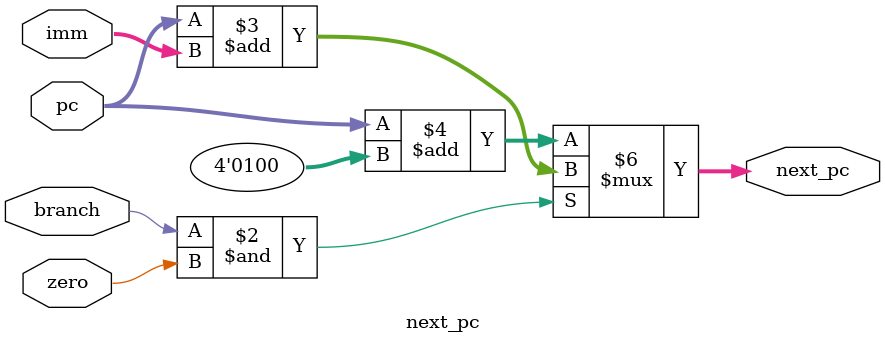
<source format=v>
`timescale 1ns / 1ps


module next_pc(
    
    input [31:0]    pc,
    input [31:0]    imm,
    input           branch,
    input           zero,
    
    output reg[31:0]    next_pc
    );
    
always @ (*) begin                                
        if(branch & zero)
            next_pc <= pc + imm;
        else
            next_pc <= pc + 4'h4;
end
    
endmodule

</source>
